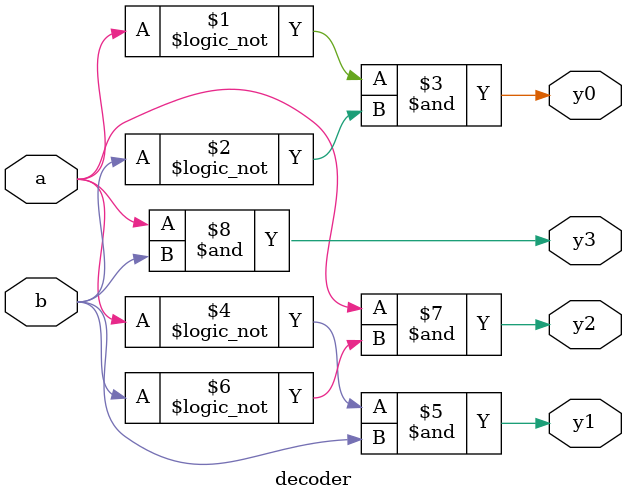
<source format=v>
module decoder(input wire a,b, output wire y0,y1,y2,y3);
assign y0=(!a)&(!b);
assign y1=(!a)&b;
assign y2= a&(!b);
assign y3= a&b;
endmodule

</source>
